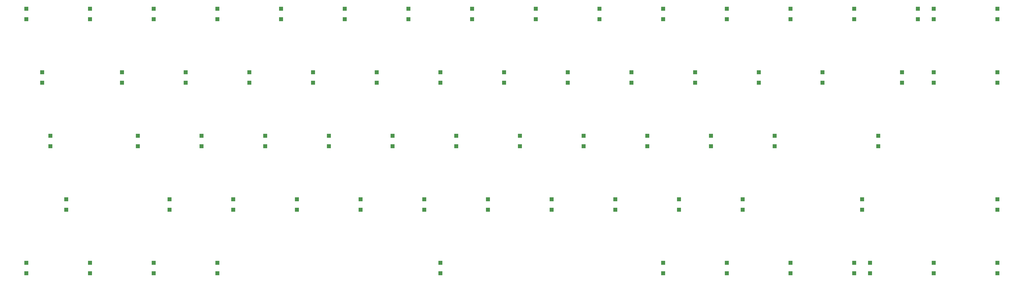
<source format=gbp>
%TF.GenerationSoftware,KiCad,Pcbnew,(5.1.6-0-10_14)*%
%TF.CreationDate,2020-08-01T01:29:04+08:00*%
%TF.ProjectId,K45.0,4b34352e-302e-46b6-9963-61645f706362,rev?*%
%TF.SameCoordinates,Original*%
%TF.FileFunction,Paste,Bot*%
%TF.FilePolarity,Positive*%
%FSLAX46Y46*%
G04 Gerber Fmt 4.6, Leading zero omitted, Abs format (unit mm)*
G04 Created by KiCad (PCBNEW (5.1.6-0-10_14)) date 2020-08-01 01:29:04*
%MOMM*%
%LPD*%
G01*
G04 APERTURE LIST*
%ADD10R,1.200000X1.200000*%
G04 APERTURE END LIST*
D10*
%TO.C,D_0*%
X254793750Y-123018750D03*
X254793750Y-119868750D03*
%TD*%
%TO.C,D_1*%
X83343750Y-123018750D03*
X83343750Y-119868750D03*
%TD*%
%TO.C,D_2*%
X102393750Y-123018750D03*
X102393750Y-119868750D03*
%TD*%
%TO.C,D_3*%
X121443750Y-123018750D03*
X121443750Y-119868750D03*
%TD*%
%TO.C,D_4*%
X140493750Y-123018750D03*
X140493750Y-119868750D03*
%TD*%
%TO.C,D_5*%
X159543750Y-123018750D03*
X159543750Y-119868750D03*
%TD*%
%TO.C,D_6*%
X178593750Y-123018750D03*
X178593750Y-119868750D03*
%TD*%
%TO.C,D_7*%
X197643750Y-123018750D03*
X197643750Y-119868750D03*
%TD*%
%TO.C,D_8*%
X216693750Y-123018750D03*
X216693750Y-119868750D03*
%TD*%
%TO.C,D_9*%
X235743750Y-123018750D03*
X235743750Y-119868750D03*
%TD*%
%TO.C,D_A1*%
X97631250Y-161118750D03*
X97631250Y-157968750D03*
%TD*%
%TO.C,D_B1*%
X183356250Y-177018750D03*
X183356250Y-180168750D03*
%TD*%
%TO.C,D_backslash1*%
X326231250Y-142068750D03*
X326231250Y-138918750D03*
%TD*%
%TO.C,D_C1*%
X145256250Y-177018750D03*
X145256250Y-180168750D03*
%TD*%
%TO.C,D_CAPLK1*%
X71437500Y-161118750D03*
X71437500Y-157968750D03*
%TD*%
%TO.C,D_comma1*%
X240506250Y-177018750D03*
X240506250Y-180168750D03*
%TD*%
%TO.C,D_D1*%
X135731250Y-157968750D03*
X135731250Y-161118750D03*
%TD*%
%TO.C,D_DEL1*%
X330993750Y-123018750D03*
X330993750Y-119868750D03*
%TD*%
%TO.C,D_DN1*%
X335756250Y-196068750D03*
X335756250Y-199218750D03*
%TD*%
%TO.C,D_dot1*%
X259556250Y-177018750D03*
X259556250Y-180168750D03*
%TD*%
%TO.C,D_E1*%
X130968750Y-142068750D03*
X130968750Y-138918750D03*
%TD*%
%TO.C,D_END1*%
X335756250Y-142068750D03*
X335756250Y-138918750D03*
%TD*%
%TO.C,D_ENTER1*%
X319087500Y-157968750D03*
X319087500Y-161118750D03*
%TD*%
%TO.C,D_ESC1*%
X64293750Y-123018750D03*
X64293750Y-119868750D03*
%TD*%
%TO.C,D_F1*%
X154781250Y-157968750D03*
X154781250Y-161118750D03*
%TD*%
%TO.C,D_G1*%
X173831250Y-157968750D03*
X173831250Y-161118750D03*
%TD*%
%TO.C,D_H1*%
X192881250Y-157968750D03*
X192881250Y-161118750D03*
%TD*%
%TO.C,D_HOME1*%
X335756250Y-123018750D03*
X335756250Y-119868750D03*
%TD*%
%TO.C,D_I1*%
X226218750Y-142068750D03*
X226218750Y-138918750D03*
%TD*%
%TO.C,D_J1*%
X211931250Y-157968750D03*
X211931250Y-161118750D03*
%TD*%
%TO.C,D_K1*%
X230981250Y-157968750D03*
X230981250Y-161118750D03*
%TD*%
%TO.C,D_L1*%
X250031250Y-157968750D03*
X250031250Y-161118750D03*
%TD*%
%TO.C,D_LALT1*%
X102393750Y-196068750D03*
X102393750Y-199218750D03*
%TD*%
%TO.C,D_LCMD1*%
X121443750Y-196068750D03*
X121443750Y-199218750D03*
%TD*%
%TO.C,D_LCTRL1*%
X83343750Y-196068750D03*
X83343750Y-199218750D03*
%TD*%
%TO.C,D_leftsquare1*%
X283368750Y-142068750D03*
X283368750Y-138918750D03*
%TD*%
%TO.C,D_LFN1*%
X64293750Y-196068750D03*
X64293750Y-199218750D03*
%TD*%
%TO.C,D_LIFT1*%
X292893750Y-196068750D03*
X292893750Y-199218750D03*
%TD*%
%TO.C,D_LSHIFT1*%
X76200000Y-177018750D03*
X76200000Y-180168750D03*
%TD*%
%TO.C,D_LT1*%
X316706250Y-196068750D03*
X316706250Y-199218750D03*
%TD*%
%TO.C,D_M1*%
X221456250Y-177018750D03*
X221456250Y-180168750D03*
%TD*%
%TO.C,D_minus1*%
X273843750Y-123018750D03*
X273843750Y-119868750D03*
%TD*%
%TO.C,D_N1*%
X202406250Y-177018750D03*
X202406250Y-180168750D03*
%TD*%
%TO.C,D_O1*%
X245268750Y-142068750D03*
X245268750Y-138918750D03*
%TD*%
%TO.C,D_P1*%
X264318750Y-142068750D03*
X264318750Y-138918750D03*
%TD*%
%TO.C,D_PGDN1*%
X354806250Y-142068750D03*
X354806250Y-138918750D03*
%TD*%
%TO.C,D_PGUP1*%
X354806250Y-123018750D03*
X354806250Y-119868750D03*
%TD*%
%TO.C,D_plus1*%
X292893750Y-123018750D03*
X292893750Y-119868750D03*
%TD*%
%TO.C,D_Q1*%
X92868750Y-142068750D03*
X92868750Y-138918750D03*
%TD*%
%TO.C,D_quote1*%
X288131250Y-157968750D03*
X288131250Y-161118750D03*
%TD*%
%TO.C,D_R1*%
X150018750Y-142068750D03*
X150018750Y-138918750D03*
%TD*%
%TO.C,D_RALT1*%
X273843750Y-196068750D03*
X273843750Y-199218750D03*
%TD*%
%TO.C,D_RCMD1*%
X254793750Y-196068750D03*
X254793750Y-199218750D03*
%TD*%
%TO.C,D_RFN1*%
X311943750Y-196068750D03*
X311943750Y-199218750D03*
%TD*%
%TO.C,D_rightsquare1*%
X302418750Y-142068750D03*
X302418750Y-138918750D03*
%TD*%
%TO.C,D_RSHIFT1*%
X314325000Y-177018750D03*
X314325000Y-180168750D03*
%TD*%
%TO.C,D_RT1*%
X354806250Y-196068750D03*
X354806250Y-199218750D03*
%TD*%
%TO.C,D_S1*%
X116681250Y-157968750D03*
X116681250Y-161118750D03*
%TD*%
%TO.C,D_semicolon1*%
X269081250Y-157968750D03*
X269081250Y-161118750D03*
%TD*%
%TO.C,D_slash1*%
X278606250Y-177018750D03*
X278606250Y-180168750D03*
%TD*%
%TO.C,D_space1*%
X188118750Y-196068750D03*
X188118750Y-199218750D03*
%TD*%
%TO.C,D_T1*%
X169068750Y-142068750D03*
X169068750Y-138918750D03*
%TD*%
%TO.C,D_TAB1*%
X69056250Y-142068750D03*
X69056250Y-138918750D03*
%TD*%
%TO.C,D_tilde1*%
X311943750Y-123018750D03*
X311943750Y-119868750D03*
%TD*%
%TO.C,D_U1*%
X207168750Y-142068750D03*
X207168750Y-138918750D03*
%TD*%
%TO.C,D_UP1*%
X354806250Y-177018750D03*
X354806250Y-180168750D03*
%TD*%
%TO.C,D_V1*%
X164306250Y-177018750D03*
X164306250Y-180168750D03*
%TD*%
%TO.C,D_W1*%
X111918750Y-142068750D03*
X111918750Y-138918750D03*
%TD*%
%TO.C,D_X1*%
X126206250Y-177018750D03*
X126206250Y-180168750D03*
%TD*%
%TO.C,D_Y1*%
X188118750Y-142068750D03*
X188118750Y-138918750D03*
%TD*%
%TO.C,D_Z1*%
X107156250Y-177018750D03*
X107156250Y-180168750D03*
%TD*%
M02*

</source>
